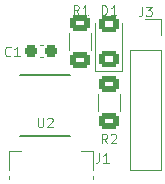
<source format=gto>
G04 #@! TF.GenerationSoftware,KiCad,Pcbnew,7.0.9*
G04 #@! TF.CreationDate,2023-11-12T22:26:40-08:00*
G04 #@! TF.ProjectId,TimeRecordingButton,54696d65-5265-4636-9f72-64696e674275,rev?*
G04 #@! TF.SameCoordinates,Original*
G04 #@! TF.FileFunction,Legend,Top*
G04 #@! TF.FilePolarity,Positive*
%FSLAX46Y46*%
G04 Gerber Fmt 4.6, Leading zero omitted, Abs format (unit mm)*
G04 Created by KiCad (PCBNEW 7.0.9) date 2023-11-12 22:26:40*
%MOMM*%
%LPD*%
G01*
G04 APERTURE LIST*
G04 Aperture macros list*
%AMRoundRect*
0 Rectangle with rounded corners*
0 $1 Rounding radius*
0 $2 $3 $4 $5 $6 $7 $8 $9 X,Y pos of 4 corners*
0 Add a 4 corners polygon primitive as box body*
4,1,4,$2,$3,$4,$5,$6,$7,$8,$9,$2,$3,0*
0 Add four circle primitives for the rounded corners*
1,1,$1+$1,$2,$3*
1,1,$1+$1,$4,$5*
1,1,$1+$1,$6,$7*
1,1,$1+$1,$8,$9*
0 Add four rect primitives between the rounded corners*
20,1,$1+$1,$2,$3,$4,$5,0*
20,1,$1+$1,$4,$5,$6,$7,0*
20,1,$1+$1,$6,$7,$8,$9,0*
20,1,$1+$1,$8,$9,$2,$3,0*%
G04 Aperture macros list end*
%ADD10C,0.120000*%
%ADD11C,0.152400*%
%ADD12R,1.391399X0.558000*%
%ADD13RoundRect,0.250001X0.624999X-0.462499X0.624999X0.462499X-0.624999X0.462499X-0.624999X-0.462499X0*%
%ADD14RoundRect,0.250000X-0.625000X0.400000X-0.625000X-0.400000X0.625000X-0.400000X0.625000X0.400000X0*%
%ADD15RoundRect,0.250000X0.625000X-0.400000X0.625000X0.400000X-0.625000X0.400000X-0.625000X-0.400000X0*%
%ADD16R,1.700000X1.700000*%
%ADD17O,1.700000X1.700000*%
%ADD18R,0.666700X2.250000*%
%ADD19RoundRect,0.237500X-0.300000X-0.237500X0.300000X-0.237500X0.300000X0.237500X-0.300000X0.237500X0*%
G04 APERTURE END LIST*
D10*
X103728101Y-111717952D02*
X103728101Y-112365571D01*
X103728101Y-112365571D02*
X103766196Y-112441761D01*
X103766196Y-112441761D02*
X103804291Y-112479857D01*
X103804291Y-112479857D02*
X103880482Y-112517952D01*
X103880482Y-112517952D02*
X104032863Y-112517952D01*
X104032863Y-112517952D02*
X104109053Y-112479857D01*
X104109053Y-112479857D02*
X104147148Y-112441761D01*
X104147148Y-112441761D02*
X104185244Y-112365571D01*
X104185244Y-112365571D02*
X104185244Y-111717952D01*
X104528100Y-111794142D02*
X104566196Y-111756047D01*
X104566196Y-111756047D02*
X104642386Y-111717952D01*
X104642386Y-111717952D02*
X104832862Y-111717952D01*
X104832862Y-111717952D02*
X104909053Y-111756047D01*
X104909053Y-111756047D02*
X104947148Y-111794142D01*
X104947148Y-111794142D02*
X104985243Y-111870333D01*
X104985243Y-111870333D02*
X104985243Y-111946523D01*
X104985243Y-111946523D02*
X104947148Y-112060809D01*
X104947148Y-112060809D02*
X104490005Y-112517952D01*
X104490005Y-112517952D02*
X104985243Y-112517952D01*
X109143212Y-103002317D02*
X109143212Y-102202317D01*
X109143212Y-102202317D02*
X109333688Y-102202317D01*
X109333688Y-102202317D02*
X109447974Y-102240412D01*
X109447974Y-102240412D02*
X109524164Y-102316602D01*
X109524164Y-102316602D02*
X109562259Y-102392793D01*
X109562259Y-102392793D02*
X109600355Y-102545174D01*
X109600355Y-102545174D02*
X109600355Y-102659460D01*
X109600355Y-102659460D02*
X109562259Y-102811841D01*
X109562259Y-102811841D02*
X109524164Y-102888031D01*
X109524164Y-102888031D02*
X109447974Y-102964222D01*
X109447974Y-102964222D02*
X109333688Y-103002317D01*
X109333688Y-103002317D02*
X109143212Y-103002317D01*
X110362259Y-103002317D02*
X109905116Y-103002317D01*
X110133688Y-103002317D02*
X110133688Y-102202317D01*
X110133688Y-102202317D02*
X110057497Y-102316602D01*
X110057497Y-102316602D02*
X109981307Y-102392793D01*
X109981307Y-102392793D02*
X109905116Y-102430888D01*
X109600355Y-113891373D02*
X109333688Y-113510420D01*
X109143212Y-113891373D02*
X109143212Y-113091373D01*
X109143212Y-113091373D02*
X109447974Y-113091373D01*
X109447974Y-113091373D02*
X109524164Y-113129468D01*
X109524164Y-113129468D02*
X109562259Y-113167563D01*
X109562259Y-113167563D02*
X109600355Y-113243754D01*
X109600355Y-113243754D02*
X109600355Y-113358039D01*
X109600355Y-113358039D02*
X109562259Y-113434230D01*
X109562259Y-113434230D02*
X109524164Y-113472325D01*
X109524164Y-113472325D02*
X109447974Y-113510420D01*
X109447974Y-113510420D02*
X109143212Y-113510420D01*
X109905116Y-113167563D02*
X109943212Y-113129468D01*
X109943212Y-113129468D02*
X110019402Y-113091373D01*
X110019402Y-113091373D02*
X110209878Y-113091373D01*
X110209878Y-113091373D02*
X110286069Y-113129468D01*
X110286069Y-113129468D02*
X110324164Y-113167563D01*
X110324164Y-113167563D02*
X110362259Y-113243754D01*
X110362259Y-113243754D02*
X110362259Y-113319944D01*
X110362259Y-113319944D02*
X110324164Y-113434230D01*
X110324164Y-113434230D02*
X109867021Y-113891373D01*
X109867021Y-113891373D02*
X110362259Y-113891373D01*
X107195142Y-103002317D02*
X106928475Y-102621364D01*
X106737999Y-103002317D02*
X106737999Y-102202317D01*
X106737999Y-102202317D02*
X107042761Y-102202317D01*
X107042761Y-102202317D02*
X107118951Y-102240412D01*
X107118951Y-102240412D02*
X107157046Y-102278507D01*
X107157046Y-102278507D02*
X107195142Y-102354698D01*
X107195142Y-102354698D02*
X107195142Y-102468983D01*
X107195142Y-102468983D02*
X107157046Y-102545174D01*
X107157046Y-102545174D02*
X107118951Y-102583269D01*
X107118951Y-102583269D02*
X107042761Y-102621364D01*
X107042761Y-102621364D02*
X106737999Y-102621364D01*
X107957046Y-103002317D02*
X107499903Y-103002317D01*
X107728475Y-103002317D02*
X107728475Y-102202317D01*
X107728475Y-102202317D02*
X107652284Y-102316602D01*
X107652284Y-102316602D02*
X107576094Y-102392793D01*
X107576094Y-102392793D02*
X107499903Y-102430888D01*
X112550067Y-102333510D02*
X112550067Y-102904938D01*
X112550067Y-102904938D02*
X112511972Y-103019224D01*
X112511972Y-103019224D02*
X112435781Y-103095415D01*
X112435781Y-103095415D02*
X112321496Y-103133510D01*
X112321496Y-103133510D02*
X112245305Y-103133510D01*
X112854829Y-102333510D02*
X113350067Y-102333510D01*
X113350067Y-102333510D02*
X113083401Y-102638272D01*
X113083401Y-102638272D02*
X113197686Y-102638272D01*
X113197686Y-102638272D02*
X113273877Y-102676367D01*
X113273877Y-102676367D02*
X113311972Y-102714462D01*
X113311972Y-102714462D02*
X113350067Y-102790653D01*
X113350067Y-102790653D02*
X113350067Y-102981129D01*
X113350067Y-102981129D02*
X113311972Y-103057319D01*
X113311972Y-103057319D02*
X113273877Y-103095415D01*
X113273877Y-103095415D02*
X113197686Y-103133510D01*
X113197686Y-103133510D02*
X112969115Y-103133510D01*
X112969115Y-103133510D02*
X112892924Y-103095415D01*
X112892924Y-103095415D02*
X112854829Y-103057319D01*
X108920382Y-114731291D02*
X108920382Y-115302719D01*
X108920382Y-115302719D02*
X108882287Y-115417005D01*
X108882287Y-115417005D02*
X108806096Y-115493196D01*
X108806096Y-115493196D02*
X108691811Y-115531291D01*
X108691811Y-115531291D02*
X108615620Y-115531291D01*
X109720382Y-115531291D02*
X109263239Y-115531291D01*
X109491811Y-115531291D02*
X109491811Y-114731291D01*
X109491811Y-114731291D02*
X109415620Y-114845576D01*
X109415620Y-114845576D02*
X109339430Y-114921767D01*
X109339430Y-114921767D02*
X109263239Y-114959862D01*
X101400765Y-106424618D02*
X101362669Y-106462714D01*
X101362669Y-106462714D02*
X101248384Y-106500809D01*
X101248384Y-106500809D02*
X101172193Y-106500809D01*
X101172193Y-106500809D02*
X101057907Y-106462714D01*
X101057907Y-106462714D02*
X100981717Y-106386523D01*
X100981717Y-106386523D02*
X100943622Y-106310333D01*
X100943622Y-106310333D02*
X100905526Y-106157952D01*
X100905526Y-106157952D02*
X100905526Y-106043666D01*
X100905526Y-106043666D02*
X100943622Y-105891285D01*
X100943622Y-105891285D02*
X100981717Y-105815094D01*
X100981717Y-105815094D02*
X101057907Y-105738904D01*
X101057907Y-105738904D02*
X101172193Y-105700809D01*
X101172193Y-105700809D02*
X101248384Y-105700809D01*
X101248384Y-105700809D02*
X101362669Y-105738904D01*
X101362669Y-105738904D02*
X101400765Y-105776999D01*
X102162669Y-106500809D02*
X101705526Y-106500809D01*
X101934098Y-106500809D02*
X101934098Y-105700809D01*
X101934098Y-105700809D02*
X101857907Y-105815094D01*
X101857907Y-105815094D02*
X101781717Y-105891285D01*
X101781717Y-105891285D02*
X101705526Y-105929380D01*
D11*
X102246124Y-113236736D02*
X106411724Y-113236736D01*
X106411724Y-108080536D02*
X102246124Y-108080536D01*
D10*
X108578619Y-107759516D02*
X110848619Y-107759516D01*
X110848619Y-107759516D02*
X110848619Y-103699516D01*
X108578619Y-103699516D02*
X108578619Y-107759516D01*
X110645485Y-109685899D02*
X110645485Y-111140027D01*
X108825485Y-109685899D02*
X108825485Y-111140027D01*
X106376540Y-106023483D02*
X106376540Y-104569355D01*
X108196540Y-106023483D02*
X108196540Y-104569355D01*
X111482304Y-105964022D02*
X111482304Y-116184022D01*
X111482304Y-105964022D02*
X114142304Y-105964022D01*
X111482304Y-116184022D02*
X114142304Y-116184022D01*
X112812304Y-103364022D02*
X114142304Y-103364022D01*
X114142304Y-103364022D02*
X114142304Y-104694022D01*
X114142304Y-105964022D02*
X114142304Y-116184022D01*
X101281916Y-114579993D02*
X102291916Y-114579993D01*
X101281916Y-116114993D02*
X101281916Y-114579993D01*
X101281916Y-116904993D02*
X101281916Y-116654993D01*
X108381916Y-114579993D02*
X107371916Y-114579993D01*
X108381916Y-114579993D02*
X108381916Y-116114993D01*
X108381916Y-116654993D02*
X108381916Y-116904993D01*
X103860437Y-105576036D02*
X104152971Y-105576036D01*
X103860437Y-106596036D02*
X104152971Y-106596036D01*
%LPC*%
D12*
X101677426Y-108753636D03*
X101677426Y-110023636D03*
X101677426Y-111293636D03*
X101677426Y-112563636D03*
X106980422Y-112563636D03*
X106980422Y-111293636D03*
X106980422Y-110023636D03*
X106980422Y-108753636D03*
D13*
X109713619Y-106787016D03*
X109713619Y-103812016D03*
D14*
X109735485Y-108862963D03*
X109735485Y-111962963D03*
D15*
X107286540Y-106846419D03*
X107286540Y-103746419D03*
D16*
X112812304Y-104694022D03*
D17*
X112812304Y-107234022D03*
X112812304Y-109774022D03*
X112812304Y-112314022D03*
X112812304Y-114854022D03*
D18*
X102165216Y-115764993D03*
X103498616Y-115764993D03*
X104831916Y-115764993D03*
X106165216Y-115764993D03*
X107498616Y-115764993D03*
D19*
X103144204Y-106086036D03*
X104869204Y-106086036D03*
%LPD*%
M02*

</source>
